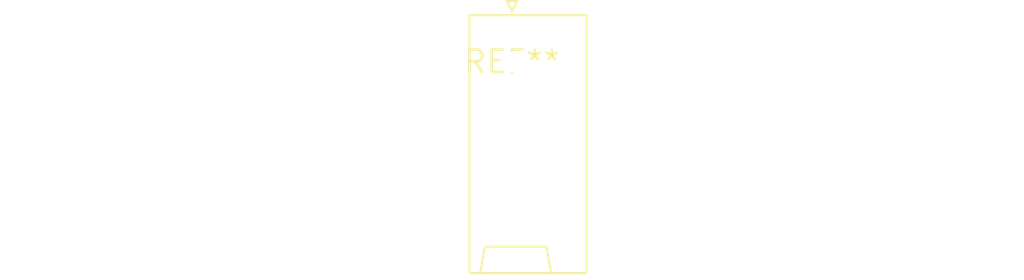
<source format=kicad_pcb>
(kicad_pcb (version 20240108) (generator pcbnew)
  (layers (0 "F.Cu" signal) (31 "B.Cu" signal) (34 "B.Paste" user) (35 "F.Paste" user) (36 "B.SilkS" user "B.Silkscreen") (37 "F.SilkS" user "F.Silkscreen") (38 "B.Mask" user) (39 "F.Mask" user) (44 "Edge.Cuts" user))
  (net 0 "")
  (footprint "PhoenixContact_SPT_2.5_1-H-5.0_1x01_P5.0mm_Horizontal" (layer "F.Cu") (at 0 0)
    (property "Reference" "REF**")
    (property "Value" "PhoenixContact_SPT_2.5_1-H-5.0_1x01_P5.0mm_Horizontal")
    (fp_line (start -2.41 -2.64) (end 4.21 -2.64) (layer "F.SilkS") (stroke (width 0.12)))
    (fp_line (start -2.41 11.98) (end -2.41 -2.64) (layer "F.SilkS") (stroke (width 0.12)))
    (fp_line (start -1.8 11.98) (end -1.55 10.48) (layer "F.SilkS") (stroke (width 0.12)))
    (fp_line (start -1.55 10.48) (end 1.95 10.48) (layer "F.SilkS") (stroke (width 0.12)))
    (fp_line (start -0.3 -3.44) (end 0 -2.84) (layer "F.SilkS") (stroke (width 0.12)))
    (fp_line (start -0.3 -3.44) (end 0.3 -3.44) (layer "F.SilkS") (stroke (width 0.12)))
    (fp_line (start 0.3 -3.44) (end 0 -2.84) (layer "F.SilkS") (stroke (width 0.12)))
    (fp_line (start 2.2 11.98) (end 1.95 10.48) (layer "F.SilkS") (stroke (width 0.12)))
    (fp_line (start 4.21 -2.64) (end 4.21 11.98) (layer "F.SilkS") (stroke (width 0.12)))
    (fp_line (start 4.21 11.98) (end -2.41 11.98) (layer "F.SilkS") (stroke (width 0.12)))
    (pad "1" thru_hole roundrect (at 0 0) (size 1.8 3.3) (drill 1.1) (layers *.Cu *.Mask) (remove_unused_layers) (roundrect_rratio 0.138889))
    (pad "1" thru_hole roundrect (at 0 8.2) (size 1.8 3.3) (drill 1.1) (layers *.Cu *.Mask) (remove_unused_layers) (roundrect_rratio 0.138889))
  )
)
</source>
